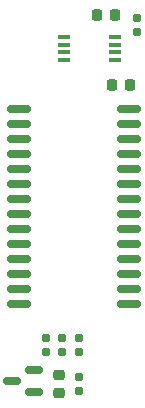
<source format=gbr>
%TF.GenerationSoftware,KiCad,Pcbnew,(6.0.9)*%
%TF.CreationDate,2022-12-20T17:59:48-05:00*%
%TF.ProjectId,6264_FRAM_MOD,36323634-5f46-4524-914d-5f4d4f442e6b,rev?*%
%TF.SameCoordinates,Original*%
%TF.FileFunction,Paste,Top*%
%TF.FilePolarity,Positive*%
%FSLAX46Y46*%
G04 Gerber Fmt 4.6, Leading zero omitted, Abs format (unit mm)*
G04 Created by KiCad (PCBNEW (6.0.9)) date 2022-12-20 17:59:48*
%MOMM*%
%LPD*%
G01*
G04 APERTURE LIST*
G04 Aperture macros list*
%AMRoundRect*
0 Rectangle with rounded corners*
0 $1 Rounding radius*
0 $2 $3 $4 $5 $6 $7 $8 $9 X,Y pos of 4 corners*
0 Add a 4 corners polygon primitive as box body*
4,1,4,$2,$3,$4,$5,$6,$7,$8,$9,$2,$3,0*
0 Add four circle primitives for the rounded corners*
1,1,$1+$1,$2,$3*
1,1,$1+$1,$4,$5*
1,1,$1+$1,$6,$7*
1,1,$1+$1,$8,$9*
0 Add four rect primitives between the rounded corners*
20,1,$1+$1,$2,$3,$4,$5,0*
20,1,$1+$1,$4,$5,$6,$7,0*
20,1,$1+$1,$6,$7,$8,$9,0*
20,1,$1+$1,$8,$9,$2,$3,0*%
G04 Aperture macros list end*
%ADD10RoundRect,0.150000X-0.875000X-0.150000X0.875000X-0.150000X0.875000X0.150000X-0.875000X0.150000X0*%
%ADD11R,1.100000X0.400000*%
%ADD12RoundRect,0.160000X0.160000X-0.197500X0.160000X0.197500X-0.160000X0.197500X-0.160000X-0.197500X0*%
%ADD13RoundRect,0.225000X0.225000X0.250000X-0.225000X0.250000X-0.225000X-0.250000X0.225000X-0.250000X0*%
%ADD14RoundRect,0.150000X0.587500X0.150000X-0.587500X0.150000X-0.587500X-0.150000X0.587500X-0.150000X0*%
%ADD15RoundRect,0.160000X-0.160000X0.197500X-0.160000X-0.197500X0.160000X-0.197500X0.160000X0.197500X0*%
%ADD16RoundRect,0.225000X0.250000X-0.225000X0.250000X0.225000X-0.250000X0.225000X-0.250000X-0.225000X0*%
G04 APERTURE END LIST*
D10*
%TO.C,U3*%
X114730000Y-67437000D03*
X114730000Y-68707000D03*
X114730000Y-69977000D03*
X114730000Y-71247000D03*
X114730000Y-72517000D03*
X114730000Y-73787000D03*
X114730000Y-75057000D03*
X114730000Y-76327000D03*
X114730000Y-77597000D03*
X114730000Y-78867000D03*
X114730000Y-80137000D03*
X114730000Y-81407000D03*
X114730000Y-82677000D03*
X114730000Y-83947000D03*
X124030000Y-83947000D03*
X124030000Y-82677000D03*
X124030000Y-81407000D03*
X124030000Y-80137000D03*
X124030000Y-78867000D03*
X124030000Y-77597000D03*
X124030000Y-76327000D03*
X124030000Y-75057000D03*
X124030000Y-73787000D03*
X124030000Y-72517000D03*
X124030000Y-71247000D03*
X124030000Y-69977000D03*
X124030000Y-68707000D03*
X124030000Y-67437000D03*
%TD*%
D11*
%TO.C,U2*%
X118500000Y-61313022D03*
X118500000Y-61963022D03*
X118500000Y-62613022D03*
X118500000Y-63263022D03*
X122800000Y-63263022D03*
X122800000Y-62613022D03*
X122800000Y-61963022D03*
X122800000Y-61313022D03*
%TD*%
D12*
%TO.C,R2*%
X119808866Y-91275500D03*
X119808866Y-90080500D03*
%TD*%
D13*
%TO.C,C1*%
X122822000Y-59494022D03*
X121272000Y-59494022D03*
%TD*%
D12*
%TO.C,R3*%
X119808866Y-87973500D03*
X119808866Y-86778500D03*
%TD*%
D14*
%TO.C,U1*%
X115999500Y-91374000D03*
X115999500Y-89474000D03*
X114124500Y-90424000D03*
%TD*%
D12*
%TO.C,R4*%
X118364000Y-87973500D03*
X118364000Y-86778500D03*
%TD*%
D15*
%TO.C,R1*%
X124714000Y-59727500D03*
X124714000Y-60922500D03*
%TD*%
D13*
%TO.C,C3*%
X124092000Y-65405000D03*
X122542000Y-65405000D03*
%TD*%
D12*
%TO.C,R6*%
X116967000Y-87973500D03*
X116967000Y-86778500D03*
%TD*%
D16*
%TO.C,C4*%
X118110000Y-91453000D03*
X118110000Y-89903000D03*
%TD*%
M02*

</source>
